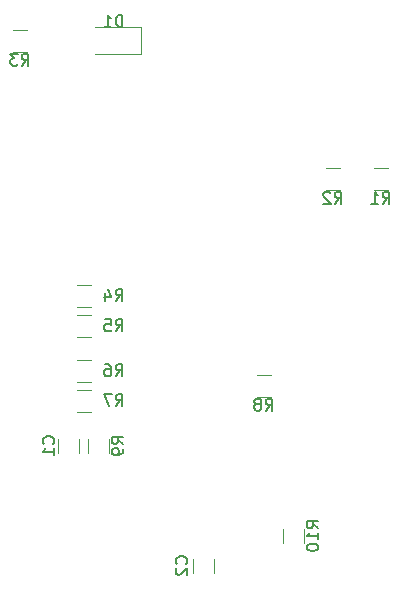
<source format=gbr>
G04 #@! TF.GenerationSoftware,KiCad,Pcbnew,5.1.5-52549c5~84~ubuntu19.10.1*
G04 #@! TF.CreationDate,2020-08-17T19:51:59+03:00*
G04 #@! TF.ProjectId,hymTracker,68796d54-7261-4636-9b65-722e6b696361,rev?*
G04 #@! TF.SameCoordinates,Original*
G04 #@! TF.FileFunction,Legend,Bot*
G04 #@! TF.FilePolarity,Positive*
%FSLAX46Y46*%
G04 Gerber Fmt 4.6, Leading zero omitted, Abs format (unit mm)*
G04 Created by KiCad (PCBNEW 5.1.5-52549c5~84~ubuntu19.10.1) date 2020-08-17 19:51:59*
%MOMM*%
%LPD*%
G04 APERTURE LIST*
%ADD10C,0.120000*%
%ADD11C,0.150000*%
G04 APERTURE END LIST*
D10*
X69490000Y-79407936D02*
X69490000Y-80612064D01*
X67670000Y-79407936D02*
X67670000Y-80612064D01*
X74675000Y-46855000D02*
X70790000Y-46855000D01*
X74675000Y-44585000D02*
X74675000Y-46855000D01*
X70790000Y-44585000D02*
X74675000Y-44585000D01*
X86720000Y-88232064D02*
X86720000Y-87027936D01*
X88540000Y-88232064D02*
X88540000Y-87027936D01*
X70210000Y-80612064D02*
X70210000Y-79407936D01*
X72030000Y-80612064D02*
X72030000Y-79407936D01*
X84487936Y-74020000D02*
X85692064Y-74020000D01*
X84487936Y-75840000D02*
X85692064Y-75840000D01*
X70452064Y-77110000D02*
X69247936Y-77110000D01*
X70452064Y-75290000D02*
X69247936Y-75290000D01*
X70452064Y-74570000D02*
X69247936Y-74570000D01*
X70452064Y-72750000D02*
X69247936Y-72750000D01*
X70452064Y-70760000D02*
X69247936Y-70760000D01*
X70452064Y-68940000D02*
X69247936Y-68940000D01*
X70452064Y-68220000D02*
X69247936Y-68220000D01*
X70452064Y-66400000D02*
X69247936Y-66400000D01*
X63835436Y-44810000D02*
X65039564Y-44810000D01*
X63835436Y-46630000D02*
X65039564Y-46630000D01*
X90329936Y-56494000D02*
X91534064Y-56494000D01*
X90329936Y-58314000D02*
X91534064Y-58314000D01*
X94393936Y-56494000D02*
X95598064Y-56494000D01*
X94393936Y-58314000D02*
X95598064Y-58314000D01*
X80920000Y-89567936D02*
X80920000Y-90772064D01*
X79100000Y-89567936D02*
X79100000Y-90772064D01*
D11*
X67287142Y-79843333D02*
X67334761Y-79795714D01*
X67382380Y-79652857D01*
X67382380Y-79557619D01*
X67334761Y-79414761D01*
X67239523Y-79319523D01*
X67144285Y-79271904D01*
X66953809Y-79224285D01*
X66810952Y-79224285D01*
X66620476Y-79271904D01*
X66525238Y-79319523D01*
X66430000Y-79414761D01*
X66382380Y-79557619D01*
X66382380Y-79652857D01*
X66430000Y-79795714D01*
X66477619Y-79843333D01*
X67382380Y-80795714D02*
X67382380Y-80224285D01*
X67382380Y-80510000D02*
X66382380Y-80510000D01*
X66525238Y-80414761D01*
X66620476Y-80319523D01*
X66668095Y-80224285D01*
X73128095Y-44522380D02*
X73128095Y-43522380D01*
X72890000Y-43522380D01*
X72747142Y-43570000D01*
X72651904Y-43665238D01*
X72604285Y-43760476D01*
X72556666Y-43950952D01*
X72556666Y-44093809D01*
X72604285Y-44284285D01*
X72651904Y-44379523D01*
X72747142Y-44474761D01*
X72890000Y-44522380D01*
X73128095Y-44522380D01*
X71604285Y-44522380D02*
X72175714Y-44522380D01*
X71890000Y-44522380D02*
X71890000Y-43522380D01*
X71985238Y-43665238D01*
X72080476Y-43760476D01*
X72175714Y-43808095D01*
X89732380Y-86987142D02*
X89256190Y-86653809D01*
X89732380Y-86415714D02*
X88732380Y-86415714D01*
X88732380Y-86796666D01*
X88780000Y-86891904D01*
X88827619Y-86939523D01*
X88922857Y-86987142D01*
X89065714Y-86987142D01*
X89160952Y-86939523D01*
X89208571Y-86891904D01*
X89256190Y-86796666D01*
X89256190Y-86415714D01*
X89732380Y-87939523D02*
X89732380Y-87368095D01*
X89732380Y-87653809D02*
X88732380Y-87653809D01*
X88875238Y-87558571D01*
X88970476Y-87463333D01*
X89018095Y-87368095D01*
X88732380Y-88558571D02*
X88732380Y-88653809D01*
X88780000Y-88749047D01*
X88827619Y-88796666D01*
X88922857Y-88844285D01*
X89113333Y-88891904D01*
X89351428Y-88891904D01*
X89541904Y-88844285D01*
X89637142Y-88796666D01*
X89684761Y-88749047D01*
X89732380Y-88653809D01*
X89732380Y-88558571D01*
X89684761Y-88463333D01*
X89637142Y-88415714D01*
X89541904Y-88368095D01*
X89351428Y-88320476D01*
X89113333Y-88320476D01*
X88922857Y-88368095D01*
X88827619Y-88415714D01*
X88780000Y-88463333D01*
X88732380Y-88558571D01*
X73222380Y-79843333D02*
X72746190Y-79510000D01*
X73222380Y-79271904D02*
X72222380Y-79271904D01*
X72222380Y-79652857D01*
X72270000Y-79748095D01*
X72317619Y-79795714D01*
X72412857Y-79843333D01*
X72555714Y-79843333D01*
X72650952Y-79795714D01*
X72698571Y-79748095D01*
X72746190Y-79652857D01*
X72746190Y-79271904D01*
X73222380Y-80319523D02*
X73222380Y-80510000D01*
X73174761Y-80605238D01*
X73127142Y-80652857D01*
X72984285Y-80748095D01*
X72793809Y-80795714D01*
X72412857Y-80795714D01*
X72317619Y-80748095D01*
X72270000Y-80700476D01*
X72222380Y-80605238D01*
X72222380Y-80414761D01*
X72270000Y-80319523D01*
X72317619Y-80271904D01*
X72412857Y-80224285D01*
X72650952Y-80224285D01*
X72746190Y-80271904D01*
X72793809Y-80319523D01*
X72841428Y-80414761D01*
X72841428Y-80605238D01*
X72793809Y-80700476D01*
X72746190Y-80748095D01*
X72650952Y-80795714D01*
X85256666Y-77032380D02*
X85590000Y-76556190D01*
X85828095Y-77032380D02*
X85828095Y-76032380D01*
X85447142Y-76032380D01*
X85351904Y-76080000D01*
X85304285Y-76127619D01*
X85256666Y-76222857D01*
X85256666Y-76365714D01*
X85304285Y-76460952D01*
X85351904Y-76508571D01*
X85447142Y-76556190D01*
X85828095Y-76556190D01*
X84685238Y-76460952D02*
X84780476Y-76413333D01*
X84828095Y-76365714D01*
X84875714Y-76270476D01*
X84875714Y-76222857D01*
X84828095Y-76127619D01*
X84780476Y-76080000D01*
X84685238Y-76032380D01*
X84494761Y-76032380D01*
X84399523Y-76080000D01*
X84351904Y-76127619D01*
X84304285Y-76222857D01*
X84304285Y-76270476D01*
X84351904Y-76365714D01*
X84399523Y-76413333D01*
X84494761Y-76460952D01*
X84685238Y-76460952D01*
X84780476Y-76508571D01*
X84828095Y-76556190D01*
X84875714Y-76651428D01*
X84875714Y-76841904D01*
X84828095Y-76937142D01*
X84780476Y-76984761D01*
X84685238Y-77032380D01*
X84494761Y-77032380D01*
X84399523Y-76984761D01*
X84351904Y-76937142D01*
X84304285Y-76841904D01*
X84304285Y-76651428D01*
X84351904Y-76556190D01*
X84399523Y-76508571D01*
X84494761Y-76460952D01*
X72556666Y-76652380D02*
X72890000Y-76176190D01*
X73128095Y-76652380D02*
X73128095Y-75652380D01*
X72747142Y-75652380D01*
X72651904Y-75700000D01*
X72604285Y-75747619D01*
X72556666Y-75842857D01*
X72556666Y-75985714D01*
X72604285Y-76080952D01*
X72651904Y-76128571D01*
X72747142Y-76176190D01*
X73128095Y-76176190D01*
X72223333Y-75652380D02*
X71556666Y-75652380D01*
X71985238Y-76652380D01*
X72556666Y-74112380D02*
X72890000Y-73636190D01*
X73128095Y-74112380D02*
X73128095Y-73112380D01*
X72747142Y-73112380D01*
X72651904Y-73160000D01*
X72604285Y-73207619D01*
X72556666Y-73302857D01*
X72556666Y-73445714D01*
X72604285Y-73540952D01*
X72651904Y-73588571D01*
X72747142Y-73636190D01*
X73128095Y-73636190D01*
X71699523Y-73112380D02*
X71890000Y-73112380D01*
X71985238Y-73160000D01*
X72032857Y-73207619D01*
X72128095Y-73350476D01*
X72175714Y-73540952D01*
X72175714Y-73921904D01*
X72128095Y-74017142D01*
X72080476Y-74064761D01*
X71985238Y-74112380D01*
X71794761Y-74112380D01*
X71699523Y-74064761D01*
X71651904Y-74017142D01*
X71604285Y-73921904D01*
X71604285Y-73683809D01*
X71651904Y-73588571D01*
X71699523Y-73540952D01*
X71794761Y-73493333D01*
X71985238Y-73493333D01*
X72080476Y-73540952D01*
X72128095Y-73588571D01*
X72175714Y-73683809D01*
X72556666Y-70302380D02*
X72890000Y-69826190D01*
X73128095Y-70302380D02*
X73128095Y-69302380D01*
X72747142Y-69302380D01*
X72651904Y-69350000D01*
X72604285Y-69397619D01*
X72556666Y-69492857D01*
X72556666Y-69635714D01*
X72604285Y-69730952D01*
X72651904Y-69778571D01*
X72747142Y-69826190D01*
X73128095Y-69826190D01*
X71651904Y-69302380D02*
X72128095Y-69302380D01*
X72175714Y-69778571D01*
X72128095Y-69730952D01*
X72032857Y-69683333D01*
X71794761Y-69683333D01*
X71699523Y-69730952D01*
X71651904Y-69778571D01*
X71604285Y-69873809D01*
X71604285Y-70111904D01*
X71651904Y-70207142D01*
X71699523Y-70254761D01*
X71794761Y-70302380D01*
X72032857Y-70302380D01*
X72128095Y-70254761D01*
X72175714Y-70207142D01*
X72556666Y-67762380D02*
X72890000Y-67286190D01*
X73128095Y-67762380D02*
X73128095Y-66762380D01*
X72747142Y-66762380D01*
X72651904Y-66810000D01*
X72604285Y-66857619D01*
X72556666Y-66952857D01*
X72556666Y-67095714D01*
X72604285Y-67190952D01*
X72651904Y-67238571D01*
X72747142Y-67286190D01*
X73128095Y-67286190D01*
X71699523Y-67095714D02*
X71699523Y-67762380D01*
X71937619Y-66714761D02*
X72175714Y-67429047D01*
X71556666Y-67429047D01*
X64604166Y-47822380D02*
X64937500Y-47346190D01*
X65175595Y-47822380D02*
X65175595Y-46822380D01*
X64794642Y-46822380D01*
X64699404Y-46870000D01*
X64651785Y-46917619D01*
X64604166Y-47012857D01*
X64604166Y-47155714D01*
X64651785Y-47250952D01*
X64699404Y-47298571D01*
X64794642Y-47346190D01*
X65175595Y-47346190D01*
X64270833Y-46822380D02*
X63651785Y-46822380D01*
X63985119Y-47203333D01*
X63842261Y-47203333D01*
X63747023Y-47250952D01*
X63699404Y-47298571D01*
X63651785Y-47393809D01*
X63651785Y-47631904D01*
X63699404Y-47727142D01*
X63747023Y-47774761D01*
X63842261Y-47822380D01*
X64127976Y-47822380D01*
X64223214Y-47774761D01*
X64270833Y-47727142D01*
X91098666Y-59506380D02*
X91432000Y-59030190D01*
X91670095Y-59506380D02*
X91670095Y-58506380D01*
X91289142Y-58506380D01*
X91193904Y-58554000D01*
X91146285Y-58601619D01*
X91098666Y-58696857D01*
X91098666Y-58839714D01*
X91146285Y-58934952D01*
X91193904Y-58982571D01*
X91289142Y-59030190D01*
X91670095Y-59030190D01*
X90717714Y-58601619D02*
X90670095Y-58554000D01*
X90574857Y-58506380D01*
X90336761Y-58506380D01*
X90241523Y-58554000D01*
X90193904Y-58601619D01*
X90146285Y-58696857D01*
X90146285Y-58792095D01*
X90193904Y-58934952D01*
X90765333Y-59506380D01*
X90146285Y-59506380D01*
X95162666Y-59506380D02*
X95496000Y-59030190D01*
X95734095Y-59506380D02*
X95734095Y-58506380D01*
X95353142Y-58506380D01*
X95257904Y-58554000D01*
X95210285Y-58601619D01*
X95162666Y-58696857D01*
X95162666Y-58839714D01*
X95210285Y-58934952D01*
X95257904Y-58982571D01*
X95353142Y-59030190D01*
X95734095Y-59030190D01*
X94210285Y-59506380D02*
X94781714Y-59506380D01*
X94496000Y-59506380D02*
X94496000Y-58506380D01*
X94591238Y-58649238D01*
X94686476Y-58744476D01*
X94781714Y-58792095D01*
X78547142Y-90003333D02*
X78594761Y-89955714D01*
X78642380Y-89812857D01*
X78642380Y-89717619D01*
X78594761Y-89574761D01*
X78499523Y-89479523D01*
X78404285Y-89431904D01*
X78213809Y-89384285D01*
X78070952Y-89384285D01*
X77880476Y-89431904D01*
X77785238Y-89479523D01*
X77690000Y-89574761D01*
X77642380Y-89717619D01*
X77642380Y-89812857D01*
X77690000Y-89955714D01*
X77737619Y-90003333D01*
X77737619Y-90384285D02*
X77690000Y-90431904D01*
X77642380Y-90527142D01*
X77642380Y-90765238D01*
X77690000Y-90860476D01*
X77737619Y-90908095D01*
X77832857Y-90955714D01*
X77928095Y-90955714D01*
X78070952Y-90908095D01*
X78642380Y-90336666D01*
X78642380Y-90955714D01*
M02*

</source>
